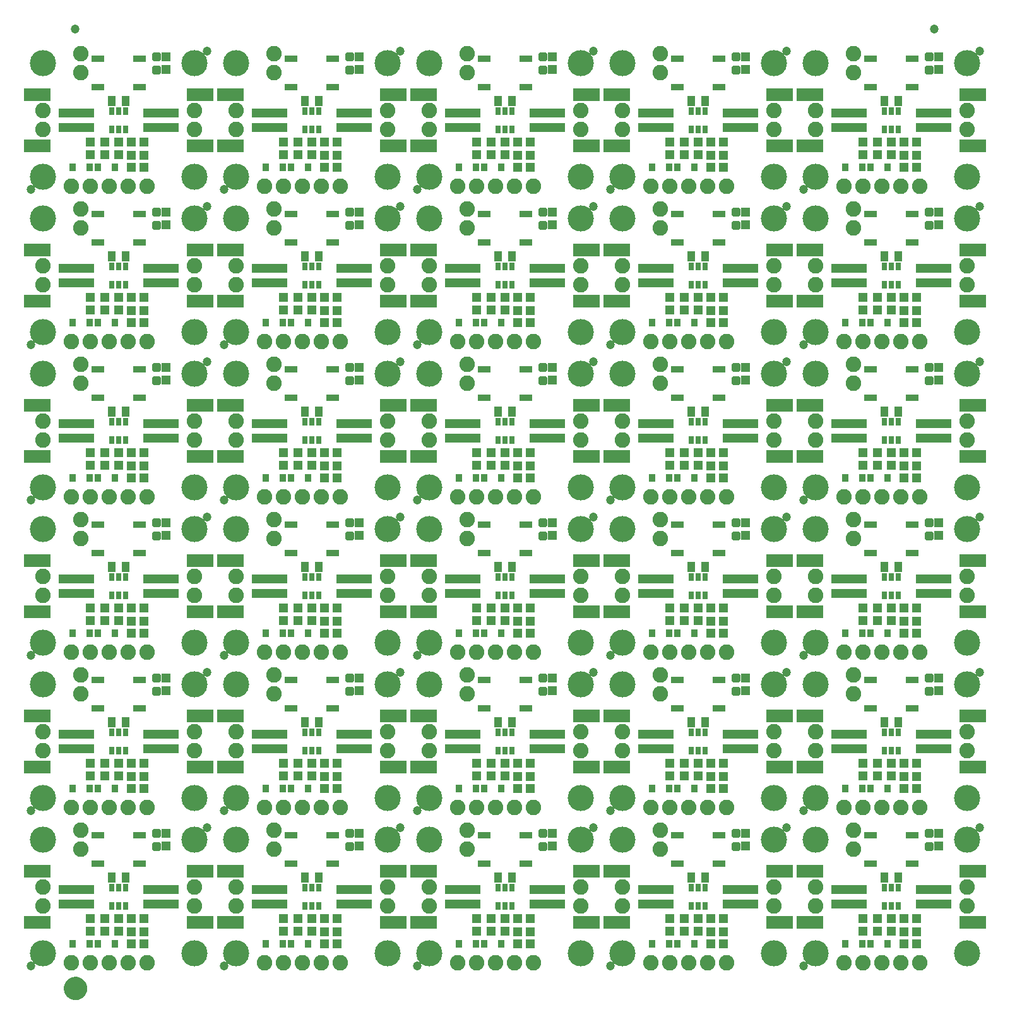
<source format=gts>
G04 EAGLE Gerber RS-274X export*
G75*
%MOMM*%
%FSLAX34Y34*%
%LPD*%
%INSoldermask Top*%
%IPPOS*%
%AMOC8*
5,1,8,0,0,1.08239X$1,22.5*%
G01*
%ADD10C,3.505200*%
%ADD11R,1.203200X1.303200*%
%ADD12C,0.505344*%
%ADD13R,0.753200X1.003200*%
%ADD14R,1.303200X1.203200*%
%ADD15R,1.727200X0.965200*%
%ADD16C,2.082800*%
%ADD17R,4.803200X1.203200*%
%ADD18R,3.603200X1.803200*%
%ADD19C,1.203200*%
%ADD20R,0.833200X1.033200*%
%ADD21R,1.003200X1.403200*%
%ADD22C,1.270000*%
%ADD23C,1.703200*%


D10*
X25400Y25400D03*
X228600Y25400D03*
X228600Y177800D03*
X25400Y177800D03*
D11*
X190500Y186300D03*
X190500Y169300D03*
D12*
X181290Y172520D02*
X174310Y172520D01*
X181290Y172520D02*
X181290Y165540D01*
X174310Y165540D01*
X174310Y172520D01*
X174310Y170340D02*
X181290Y170340D01*
X181290Y190060D02*
X174310Y190060D01*
X181290Y190060D02*
X181290Y183080D01*
X174310Y183080D01*
X174310Y190060D01*
X174310Y187880D02*
X181290Y187880D01*
D13*
X117500Y89600D03*
X127000Y89600D03*
X136500Y89600D03*
X136500Y113600D03*
X117500Y113600D03*
X127000Y113600D03*
D11*
X88900Y55000D03*
X88900Y72000D03*
X107950Y72000D03*
X107950Y55000D03*
D14*
X143900Y54610D03*
X160900Y54610D03*
X143900Y38100D03*
X160900Y38100D03*
X143900Y72390D03*
X160900Y72390D03*
D11*
X127000Y55000D03*
X127000Y72000D03*
D15*
X99060Y184150D03*
X154940Y184150D03*
X99060Y146050D03*
X154940Y146050D03*
D16*
X139700Y12700D03*
X165100Y12700D03*
D17*
X70020Y91600D03*
X70020Y111600D03*
D18*
X18020Y67600D03*
X18020Y135600D03*
D16*
X25400Y114300D03*
X25400Y88900D03*
X76200Y165100D03*
X76200Y190500D03*
X228600Y88900D03*
X228600Y114300D03*
D17*
X183980Y111600D03*
X183980Y91600D03*
D18*
X235980Y135600D03*
X235980Y67600D03*
D19*
X245110Y194310D03*
X8890Y8890D03*
D20*
X121990Y38100D03*
X98990Y38100D03*
D16*
X114300Y12700D03*
X88900Y12700D03*
X63500Y12700D03*
D20*
X87700Y38100D03*
X64700Y38100D03*
D21*
X136000Y127000D03*
X118000Y127000D03*
D10*
X284480Y25400D03*
X487680Y25400D03*
X487680Y177800D03*
X284480Y177800D03*
D11*
X449580Y186300D03*
X449580Y169300D03*
D12*
X440370Y172520D02*
X433390Y172520D01*
X440370Y172520D02*
X440370Y165540D01*
X433390Y165540D01*
X433390Y172520D01*
X433390Y170340D02*
X440370Y170340D01*
X440370Y190060D02*
X433390Y190060D01*
X440370Y190060D02*
X440370Y183080D01*
X433390Y183080D01*
X433390Y190060D01*
X433390Y187880D02*
X440370Y187880D01*
D13*
X376580Y89600D03*
X386080Y89600D03*
X395580Y89600D03*
X395580Y113600D03*
X376580Y113600D03*
X386080Y113600D03*
D11*
X347980Y55000D03*
X347980Y72000D03*
X367030Y72000D03*
X367030Y55000D03*
D14*
X402980Y54610D03*
X419980Y54610D03*
X402980Y38100D03*
X419980Y38100D03*
X402980Y72390D03*
X419980Y72390D03*
D11*
X386080Y55000D03*
X386080Y72000D03*
D15*
X358140Y184150D03*
X414020Y184150D03*
X358140Y146050D03*
X414020Y146050D03*
D16*
X398780Y12700D03*
X424180Y12700D03*
D17*
X329100Y91600D03*
X329100Y111600D03*
D18*
X277100Y67600D03*
X277100Y135600D03*
D16*
X284480Y114300D03*
X284480Y88900D03*
X335280Y165100D03*
X335280Y190500D03*
X487680Y88900D03*
X487680Y114300D03*
D17*
X443060Y111600D03*
X443060Y91600D03*
D18*
X495060Y135600D03*
X495060Y67600D03*
D19*
X504190Y194310D03*
X267970Y8890D03*
D20*
X381070Y38100D03*
X358070Y38100D03*
D16*
X373380Y12700D03*
X347980Y12700D03*
X322580Y12700D03*
D20*
X346780Y38100D03*
X323780Y38100D03*
D21*
X395080Y127000D03*
X377080Y127000D03*
D10*
X543560Y25400D03*
X746760Y25400D03*
X746760Y177800D03*
X543560Y177800D03*
D11*
X708660Y186300D03*
X708660Y169300D03*
D12*
X699450Y172520D02*
X692470Y172520D01*
X699450Y172520D02*
X699450Y165540D01*
X692470Y165540D01*
X692470Y172520D01*
X692470Y170340D02*
X699450Y170340D01*
X699450Y190060D02*
X692470Y190060D01*
X699450Y190060D02*
X699450Y183080D01*
X692470Y183080D01*
X692470Y190060D01*
X692470Y187880D02*
X699450Y187880D01*
D13*
X635660Y89600D03*
X645160Y89600D03*
X654660Y89600D03*
X654660Y113600D03*
X635660Y113600D03*
X645160Y113600D03*
D11*
X607060Y55000D03*
X607060Y72000D03*
X626110Y72000D03*
X626110Y55000D03*
D14*
X662060Y54610D03*
X679060Y54610D03*
X662060Y38100D03*
X679060Y38100D03*
X662060Y72390D03*
X679060Y72390D03*
D11*
X645160Y55000D03*
X645160Y72000D03*
D15*
X617220Y184150D03*
X673100Y184150D03*
X617220Y146050D03*
X673100Y146050D03*
D16*
X657860Y12700D03*
X683260Y12700D03*
D17*
X588180Y91600D03*
X588180Y111600D03*
D18*
X536180Y67600D03*
X536180Y135600D03*
D16*
X543560Y114300D03*
X543560Y88900D03*
X594360Y165100D03*
X594360Y190500D03*
X746760Y88900D03*
X746760Y114300D03*
D17*
X702140Y111600D03*
X702140Y91600D03*
D18*
X754140Y135600D03*
X754140Y67600D03*
D19*
X763270Y194310D03*
X527050Y8890D03*
D20*
X640150Y38100D03*
X617150Y38100D03*
D16*
X632460Y12700D03*
X607060Y12700D03*
X581660Y12700D03*
D20*
X605860Y38100D03*
X582860Y38100D03*
D21*
X654160Y127000D03*
X636160Y127000D03*
D10*
X802640Y25400D03*
X1005840Y25400D03*
X1005840Y177800D03*
X802640Y177800D03*
D11*
X967740Y186300D03*
X967740Y169300D03*
D12*
X958530Y172520D02*
X951550Y172520D01*
X958530Y172520D02*
X958530Y165540D01*
X951550Y165540D01*
X951550Y172520D01*
X951550Y170340D02*
X958530Y170340D01*
X958530Y190060D02*
X951550Y190060D01*
X958530Y190060D02*
X958530Y183080D01*
X951550Y183080D01*
X951550Y190060D01*
X951550Y187880D02*
X958530Y187880D01*
D13*
X894740Y89600D03*
X904240Y89600D03*
X913740Y89600D03*
X913740Y113600D03*
X894740Y113600D03*
X904240Y113600D03*
D11*
X866140Y55000D03*
X866140Y72000D03*
X885190Y72000D03*
X885190Y55000D03*
D14*
X921140Y54610D03*
X938140Y54610D03*
X921140Y38100D03*
X938140Y38100D03*
X921140Y72390D03*
X938140Y72390D03*
D11*
X904240Y55000D03*
X904240Y72000D03*
D15*
X876300Y184150D03*
X932180Y184150D03*
X876300Y146050D03*
X932180Y146050D03*
D16*
X916940Y12700D03*
X942340Y12700D03*
D17*
X847260Y91600D03*
X847260Y111600D03*
D18*
X795260Y67600D03*
X795260Y135600D03*
D16*
X802640Y114300D03*
X802640Y88900D03*
X853440Y165100D03*
X853440Y190500D03*
X1005840Y88900D03*
X1005840Y114300D03*
D17*
X961220Y111600D03*
X961220Y91600D03*
D18*
X1013220Y135600D03*
X1013220Y67600D03*
D19*
X1022350Y194310D03*
X786130Y8890D03*
D20*
X899230Y38100D03*
X876230Y38100D03*
D16*
X891540Y12700D03*
X866140Y12700D03*
X840740Y12700D03*
D20*
X864940Y38100D03*
X841940Y38100D03*
D21*
X913240Y127000D03*
X895240Y127000D03*
D10*
X1061720Y25400D03*
X1264920Y25400D03*
X1264920Y177800D03*
X1061720Y177800D03*
D11*
X1226820Y186300D03*
X1226820Y169300D03*
D12*
X1217610Y172520D02*
X1210630Y172520D01*
X1217610Y172520D02*
X1217610Y165540D01*
X1210630Y165540D01*
X1210630Y172520D01*
X1210630Y170340D02*
X1217610Y170340D01*
X1217610Y190060D02*
X1210630Y190060D01*
X1217610Y190060D02*
X1217610Y183080D01*
X1210630Y183080D01*
X1210630Y190060D01*
X1210630Y187880D02*
X1217610Y187880D01*
D13*
X1153820Y89600D03*
X1163320Y89600D03*
X1172820Y89600D03*
X1172820Y113600D03*
X1153820Y113600D03*
X1163320Y113600D03*
D11*
X1125220Y55000D03*
X1125220Y72000D03*
X1144270Y72000D03*
X1144270Y55000D03*
D14*
X1180220Y54610D03*
X1197220Y54610D03*
X1180220Y38100D03*
X1197220Y38100D03*
X1180220Y72390D03*
X1197220Y72390D03*
D11*
X1163320Y55000D03*
X1163320Y72000D03*
D15*
X1135380Y184150D03*
X1191260Y184150D03*
X1135380Y146050D03*
X1191260Y146050D03*
D16*
X1176020Y12700D03*
X1201420Y12700D03*
D17*
X1106340Y91600D03*
X1106340Y111600D03*
D18*
X1054340Y67600D03*
X1054340Y135600D03*
D16*
X1061720Y114300D03*
X1061720Y88900D03*
X1112520Y165100D03*
X1112520Y190500D03*
X1264920Y88900D03*
X1264920Y114300D03*
D17*
X1220300Y111600D03*
X1220300Y91600D03*
D18*
X1272300Y135600D03*
X1272300Y67600D03*
D19*
X1281430Y194310D03*
X1045210Y8890D03*
D20*
X1158310Y38100D03*
X1135310Y38100D03*
D16*
X1150620Y12700D03*
X1125220Y12700D03*
X1099820Y12700D03*
D20*
X1124020Y38100D03*
X1101020Y38100D03*
D21*
X1172320Y127000D03*
X1154320Y127000D03*
D10*
X25400Y233680D03*
X228600Y233680D03*
X228600Y386080D03*
X25400Y386080D03*
D11*
X190500Y394580D03*
X190500Y377580D03*
D12*
X181290Y380800D02*
X174310Y380800D01*
X181290Y380800D02*
X181290Y373820D01*
X174310Y373820D01*
X174310Y380800D01*
X174310Y378620D02*
X181290Y378620D01*
X181290Y398340D02*
X174310Y398340D01*
X181290Y398340D02*
X181290Y391360D01*
X174310Y391360D01*
X174310Y398340D01*
X174310Y396160D02*
X181290Y396160D01*
D13*
X117500Y297880D03*
X127000Y297880D03*
X136500Y297880D03*
X136500Y321880D03*
X117500Y321880D03*
X127000Y321880D03*
D11*
X88900Y263280D03*
X88900Y280280D03*
X107950Y280280D03*
X107950Y263280D03*
D14*
X143900Y262890D03*
X160900Y262890D03*
X143900Y246380D03*
X160900Y246380D03*
X143900Y280670D03*
X160900Y280670D03*
D11*
X127000Y263280D03*
X127000Y280280D03*
D15*
X99060Y392430D03*
X154940Y392430D03*
X99060Y354330D03*
X154940Y354330D03*
D16*
X139700Y220980D03*
X165100Y220980D03*
D17*
X70020Y299880D03*
X70020Y319880D03*
D18*
X18020Y275880D03*
X18020Y343880D03*
D16*
X25400Y322580D03*
X25400Y297180D03*
X76200Y373380D03*
X76200Y398780D03*
X228600Y297180D03*
X228600Y322580D03*
D17*
X183980Y319880D03*
X183980Y299880D03*
D18*
X235980Y343880D03*
X235980Y275880D03*
D19*
X245110Y402590D03*
X8890Y217170D03*
D20*
X121990Y246380D03*
X98990Y246380D03*
D16*
X114300Y220980D03*
X88900Y220980D03*
X63500Y220980D03*
D20*
X87700Y246380D03*
X64700Y246380D03*
D21*
X136000Y335280D03*
X118000Y335280D03*
D10*
X284480Y233680D03*
X487680Y233680D03*
X487680Y386080D03*
X284480Y386080D03*
D11*
X449580Y394580D03*
X449580Y377580D03*
D12*
X440370Y380800D02*
X433390Y380800D01*
X440370Y380800D02*
X440370Y373820D01*
X433390Y373820D01*
X433390Y380800D01*
X433390Y378620D02*
X440370Y378620D01*
X440370Y398340D02*
X433390Y398340D01*
X440370Y398340D02*
X440370Y391360D01*
X433390Y391360D01*
X433390Y398340D01*
X433390Y396160D02*
X440370Y396160D01*
D13*
X376580Y297880D03*
X386080Y297880D03*
X395580Y297880D03*
X395580Y321880D03*
X376580Y321880D03*
X386080Y321880D03*
D11*
X347980Y263280D03*
X347980Y280280D03*
X367030Y280280D03*
X367030Y263280D03*
D14*
X402980Y262890D03*
X419980Y262890D03*
X402980Y246380D03*
X419980Y246380D03*
X402980Y280670D03*
X419980Y280670D03*
D11*
X386080Y263280D03*
X386080Y280280D03*
D15*
X358140Y392430D03*
X414020Y392430D03*
X358140Y354330D03*
X414020Y354330D03*
D16*
X398780Y220980D03*
X424180Y220980D03*
D17*
X329100Y299880D03*
X329100Y319880D03*
D18*
X277100Y275880D03*
X277100Y343880D03*
D16*
X284480Y322580D03*
X284480Y297180D03*
X335280Y373380D03*
X335280Y398780D03*
X487680Y297180D03*
X487680Y322580D03*
D17*
X443060Y319880D03*
X443060Y299880D03*
D18*
X495060Y343880D03*
X495060Y275880D03*
D19*
X504190Y402590D03*
X267970Y217170D03*
D20*
X381070Y246380D03*
X358070Y246380D03*
D16*
X373380Y220980D03*
X347980Y220980D03*
X322580Y220980D03*
D20*
X346780Y246380D03*
X323780Y246380D03*
D21*
X395080Y335280D03*
X377080Y335280D03*
D10*
X543560Y233680D03*
X746760Y233680D03*
X746760Y386080D03*
X543560Y386080D03*
D11*
X708660Y394580D03*
X708660Y377580D03*
D12*
X699450Y380800D02*
X692470Y380800D01*
X699450Y380800D02*
X699450Y373820D01*
X692470Y373820D01*
X692470Y380800D01*
X692470Y378620D02*
X699450Y378620D01*
X699450Y398340D02*
X692470Y398340D01*
X699450Y398340D02*
X699450Y391360D01*
X692470Y391360D01*
X692470Y398340D01*
X692470Y396160D02*
X699450Y396160D01*
D13*
X635660Y297880D03*
X645160Y297880D03*
X654660Y297880D03*
X654660Y321880D03*
X635660Y321880D03*
X645160Y321880D03*
D11*
X607060Y263280D03*
X607060Y280280D03*
X626110Y280280D03*
X626110Y263280D03*
D14*
X662060Y262890D03*
X679060Y262890D03*
X662060Y246380D03*
X679060Y246380D03*
X662060Y280670D03*
X679060Y280670D03*
D11*
X645160Y263280D03*
X645160Y280280D03*
D15*
X617220Y392430D03*
X673100Y392430D03*
X617220Y354330D03*
X673100Y354330D03*
D16*
X657860Y220980D03*
X683260Y220980D03*
D17*
X588180Y299880D03*
X588180Y319880D03*
D18*
X536180Y275880D03*
X536180Y343880D03*
D16*
X543560Y322580D03*
X543560Y297180D03*
X594360Y373380D03*
X594360Y398780D03*
X746760Y297180D03*
X746760Y322580D03*
D17*
X702140Y319880D03*
X702140Y299880D03*
D18*
X754140Y343880D03*
X754140Y275880D03*
D19*
X763270Y402590D03*
X527050Y217170D03*
D20*
X640150Y246380D03*
X617150Y246380D03*
D16*
X632460Y220980D03*
X607060Y220980D03*
X581660Y220980D03*
D20*
X605860Y246380D03*
X582860Y246380D03*
D21*
X654160Y335280D03*
X636160Y335280D03*
D10*
X802640Y233680D03*
X1005840Y233680D03*
X1005840Y386080D03*
X802640Y386080D03*
D11*
X967740Y394580D03*
X967740Y377580D03*
D12*
X958530Y380800D02*
X951550Y380800D01*
X958530Y380800D02*
X958530Y373820D01*
X951550Y373820D01*
X951550Y380800D01*
X951550Y378620D02*
X958530Y378620D01*
X958530Y398340D02*
X951550Y398340D01*
X958530Y398340D02*
X958530Y391360D01*
X951550Y391360D01*
X951550Y398340D01*
X951550Y396160D02*
X958530Y396160D01*
D13*
X894740Y297880D03*
X904240Y297880D03*
X913740Y297880D03*
X913740Y321880D03*
X894740Y321880D03*
X904240Y321880D03*
D11*
X866140Y263280D03*
X866140Y280280D03*
X885190Y280280D03*
X885190Y263280D03*
D14*
X921140Y262890D03*
X938140Y262890D03*
X921140Y246380D03*
X938140Y246380D03*
X921140Y280670D03*
X938140Y280670D03*
D11*
X904240Y263280D03*
X904240Y280280D03*
D15*
X876300Y392430D03*
X932180Y392430D03*
X876300Y354330D03*
X932180Y354330D03*
D16*
X916940Y220980D03*
X942340Y220980D03*
D17*
X847260Y299880D03*
X847260Y319880D03*
D18*
X795260Y275880D03*
X795260Y343880D03*
D16*
X802640Y322580D03*
X802640Y297180D03*
X853440Y373380D03*
X853440Y398780D03*
X1005840Y297180D03*
X1005840Y322580D03*
D17*
X961220Y319880D03*
X961220Y299880D03*
D18*
X1013220Y343880D03*
X1013220Y275880D03*
D19*
X1022350Y402590D03*
X786130Y217170D03*
D20*
X899230Y246380D03*
X876230Y246380D03*
D16*
X891540Y220980D03*
X866140Y220980D03*
X840740Y220980D03*
D20*
X864940Y246380D03*
X841940Y246380D03*
D21*
X913240Y335280D03*
X895240Y335280D03*
D10*
X1061720Y233680D03*
X1264920Y233680D03*
X1264920Y386080D03*
X1061720Y386080D03*
D11*
X1226820Y394580D03*
X1226820Y377580D03*
D12*
X1217610Y380800D02*
X1210630Y380800D01*
X1217610Y380800D02*
X1217610Y373820D01*
X1210630Y373820D01*
X1210630Y380800D01*
X1210630Y378620D02*
X1217610Y378620D01*
X1217610Y398340D02*
X1210630Y398340D01*
X1217610Y398340D02*
X1217610Y391360D01*
X1210630Y391360D01*
X1210630Y398340D01*
X1210630Y396160D02*
X1217610Y396160D01*
D13*
X1153820Y297880D03*
X1163320Y297880D03*
X1172820Y297880D03*
X1172820Y321880D03*
X1153820Y321880D03*
X1163320Y321880D03*
D11*
X1125220Y263280D03*
X1125220Y280280D03*
X1144270Y280280D03*
X1144270Y263280D03*
D14*
X1180220Y262890D03*
X1197220Y262890D03*
X1180220Y246380D03*
X1197220Y246380D03*
X1180220Y280670D03*
X1197220Y280670D03*
D11*
X1163320Y263280D03*
X1163320Y280280D03*
D15*
X1135380Y392430D03*
X1191260Y392430D03*
X1135380Y354330D03*
X1191260Y354330D03*
D16*
X1176020Y220980D03*
X1201420Y220980D03*
D17*
X1106340Y299880D03*
X1106340Y319880D03*
D18*
X1054340Y275880D03*
X1054340Y343880D03*
D16*
X1061720Y322580D03*
X1061720Y297180D03*
X1112520Y373380D03*
X1112520Y398780D03*
X1264920Y297180D03*
X1264920Y322580D03*
D17*
X1220300Y319880D03*
X1220300Y299880D03*
D18*
X1272300Y343880D03*
X1272300Y275880D03*
D19*
X1281430Y402590D03*
X1045210Y217170D03*
D20*
X1158310Y246380D03*
X1135310Y246380D03*
D16*
X1150620Y220980D03*
X1125220Y220980D03*
X1099820Y220980D03*
D20*
X1124020Y246380D03*
X1101020Y246380D03*
D21*
X1172320Y335280D03*
X1154320Y335280D03*
D10*
X25400Y441960D03*
X228600Y441960D03*
X228600Y594360D03*
X25400Y594360D03*
D11*
X190500Y602860D03*
X190500Y585860D03*
D12*
X181290Y589080D02*
X174310Y589080D01*
X181290Y589080D02*
X181290Y582100D01*
X174310Y582100D01*
X174310Y589080D01*
X174310Y586900D02*
X181290Y586900D01*
X181290Y606620D02*
X174310Y606620D01*
X181290Y606620D02*
X181290Y599640D01*
X174310Y599640D01*
X174310Y606620D01*
X174310Y604440D02*
X181290Y604440D01*
D13*
X117500Y506160D03*
X127000Y506160D03*
X136500Y506160D03*
X136500Y530160D03*
X117500Y530160D03*
X127000Y530160D03*
D11*
X88900Y471560D03*
X88900Y488560D03*
X107950Y488560D03*
X107950Y471560D03*
D14*
X143900Y471170D03*
X160900Y471170D03*
X143900Y454660D03*
X160900Y454660D03*
X143900Y488950D03*
X160900Y488950D03*
D11*
X127000Y471560D03*
X127000Y488560D03*
D15*
X99060Y600710D03*
X154940Y600710D03*
X99060Y562610D03*
X154940Y562610D03*
D16*
X139700Y429260D03*
X165100Y429260D03*
D17*
X70020Y508160D03*
X70020Y528160D03*
D18*
X18020Y484160D03*
X18020Y552160D03*
D16*
X25400Y530860D03*
X25400Y505460D03*
X76200Y581660D03*
X76200Y607060D03*
X228600Y505460D03*
X228600Y530860D03*
D17*
X183980Y528160D03*
X183980Y508160D03*
D18*
X235980Y552160D03*
X235980Y484160D03*
D19*
X245110Y610870D03*
X8890Y425450D03*
D20*
X121990Y454660D03*
X98990Y454660D03*
D16*
X114300Y429260D03*
X88900Y429260D03*
X63500Y429260D03*
D20*
X87700Y454660D03*
X64700Y454660D03*
D21*
X136000Y543560D03*
X118000Y543560D03*
D10*
X284480Y441960D03*
X487680Y441960D03*
X487680Y594360D03*
X284480Y594360D03*
D11*
X449580Y602860D03*
X449580Y585860D03*
D12*
X440370Y589080D02*
X433390Y589080D01*
X440370Y589080D02*
X440370Y582100D01*
X433390Y582100D01*
X433390Y589080D01*
X433390Y586900D02*
X440370Y586900D01*
X440370Y606620D02*
X433390Y606620D01*
X440370Y606620D02*
X440370Y599640D01*
X433390Y599640D01*
X433390Y606620D01*
X433390Y604440D02*
X440370Y604440D01*
D13*
X376580Y506160D03*
X386080Y506160D03*
X395580Y506160D03*
X395580Y530160D03*
X376580Y530160D03*
X386080Y530160D03*
D11*
X347980Y471560D03*
X347980Y488560D03*
X367030Y488560D03*
X367030Y471560D03*
D14*
X402980Y471170D03*
X419980Y471170D03*
X402980Y454660D03*
X419980Y454660D03*
X402980Y488950D03*
X419980Y488950D03*
D11*
X386080Y471560D03*
X386080Y488560D03*
D15*
X358140Y600710D03*
X414020Y600710D03*
X358140Y562610D03*
X414020Y562610D03*
D16*
X398780Y429260D03*
X424180Y429260D03*
D17*
X329100Y508160D03*
X329100Y528160D03*
D18*
X277100Y484160D03*
X277100Y552160D03*
D16*
X284480Y530860D03*
X284480Y505460D03*
X335280Y581660D03*
X335280Y607060D03*
X487680Y505460D03*
X487680Y530860D03*
D17*
X443060Y528160D03*
X443060Y508160D03*
D18*
X495060Y552160D03*
X495060Y484160D03*
D19*
X504190Y610870D03*
X267970Y425450D03*
D20*
X381070Y454660D03*
X358070Y454660D03*
D16*
X373380Y429260D03*
X347980Y429260D03*
X322580Y429260D03*
D20*
X346780Y454660D03*
X323780Y454660D03*
D21*
X395080Y543560D03*
X377080Y543560D03*
D10*
X543560Y441960D03*
X746760Y441960D03*
X746760Y594360D03*
X543560Y594360D03*
D11*
X708660Y602860D03*
X708660Y585860D03*
D12*
X699450Y589080D02*
X692470Y589080D01*
X699450Y589080D02*
X699450Y582100D01*
X692470Y582100D01*
X692470Y589080D01*
X692470Y586900D02*
X699450Y586900D01*
X699450Y606620D02*
X692470Y606620D01*
X699450Y606620D02*
X699450Y599640D01*
X692470Y599640D01*
X692470Y606620D01*
X692470Y604440D02*
X699450Y604440D01*
D13*
X635660Y506160D03*
X645160Y506160D03*
X654660Y506160D03*
X654660Y530160D03*
X635660Y530160D03*
X645160Y530160D03*
D11*
X607060Y471560D03*
X607060Y488560D03*
X626110Y488560D03*
X626110Y471560D03*
D14*
X662060Y471170D03*
X679060Y471170D03*
X662060Y454660D03*
X679060Y454660D03*
X662060Y488950D03*
X679060Y488950D03*
D11*
X645160Y471560D03*
X645160Y488560D03*
D15*
X617220Y600710D03*
X673100Y600710D03*
X617220Y562610D03*
X673100Y562610D03*
D16*
X657860Y429260D03*
X683260Y429260D03*
D17*
X588180Y508160D03*
X588180Y528160D03*
D18*
X536180Y484160D03*
X536180Y552160D03*
D16*
X543560Y530860D03*
X543560Y505460D03*
X594360Y581660D03*
X594360Y607060D03*
X746760Y505460D03*
X746760Y530860D03*
D17*
X702140Y528160D03*
X702140Y508160D03*
D18*
X754140Y552160D03*
X754140Y484160D03*
D19*
X763270Y610870D03*
X527050Y425450D03*
D20*
X640150Y454660D03*
X617150Y454660D03*
D16*
X632460Y429260D03*
X607060Y429260D03*
X581660Y429260D03*
D20*
X605860Y454660D03*
X582860Y454660D03*
D21*
X654160Y543560D03*
X636160Y543560D03*
D10*
X802640Y441960D03*
X1005840Y441960D03*
X1005840Y594360D03*
X802640Y594360D03*
D11*
X967740Y602860D03*
X967740Y585860D03*
D12*
X958530Y589080D02*
X951550Y589080D01*
X958530Y589080D02*
X958530Y582100D01*
X951550Y582100D01*
X951550Y589080D01*
X951550Y586900D02*
X958530Y586900D01*
X958530Y606620D02*
X951550Y606620D01*
X958530Y606620D02*
X958530Y599640D01*
X951550Y599640D01*
X951550Y606620D01*
X951550Y604440D02*
X958530Y604440D01*
D13*
X894740Y506160D03*
X904240Y506160D03*
X913740Y506160D03*
X913740Y530160D03*
X894740Y530160D03*
X904240Y530160D03*
D11*
X866140Y471560D03*
X866140Y488560D03*
X885190Y488560D03*
X885190Y471560D03*
D14*
X921140Y471170D03*
X938140Y471170D03*
X921140Y454660D03*
X938140Y454660D03*
X921140Y488950D03*
X938140Y488950D03*
D11*
X904240Y471560D03*
X904240Y488560D03*
D15*
X876300Y600710D03*
X932180Y600710D03*
X876300Y562610D03*
X932180Y562610D03*
D16*
X916940Y429260D03*
X942340Y429260D03*
D17*
X847260Y508160D03*
X847260Y528160D03*
D18*
X795260Y484160D03*
X795260Y552160D03*
D16*
X802640Y530860D03*
X802640Y505460D03*
X853440Y581660D03*
X853440Y607060D03*
X1005840Y505460D03*
X1005840Y530860D03*
D17*
X961220Y528160D03*
X961220Y508160D03*
D18*
X1013220Y552160D03*
X1013220Y484160D03*
D19*
X1022350Y610870D03*
X786130Y425450D03*
D20*
X899230Y454660D03*
X876230Y454660D03*
D16*
X891540Y429260D03*
X866140Y429260D03*
X840740Y429260D03*
D20*
X864940Y454660D03*
X841940Y454660D03*
D21*
X913240Y543560D03*
X895240Y543560D03*
D10*
X1061720Y441960D03*
X1264920Y441960D03*
X1264920Y594360D03*
X1061720Y594360D03*
D11*
X1226820Y602860D03*
X1226820Y585860D03*
D12*
X1217610Y589080D02*
X1210630Y589080D01*
X1217610Y589080D02*
X1217610Y582100D01*
X1210630Y582100D01*
X1210630Y589080D01*
X1210630Y586900D02*
X1217610Y586900D01*
X1217610Y606620D02*
X1210630Y606620D01*
X1217610Y606620D02*
X1217610Y599640D01*
X1210630Y599640D01*
X1210630Y606620D01*
X1210630Y604440D02*
X1217610Y604440D01*
D13*
X1153820Y506160D03*
X1163320Y506160D03*
X1172820Y506160D03*
X1172820Y530160D03*
X1153820Y530160D03*
X1163320Y530160D03*
D11*
X1125220Y471560D03*
X1125220Y488560D03*
X1144270Y488560D03*
X1144270Y471560D03*
D14*
X1180220Y471170D03*
X1197220Y471170D03*
X1180220Y454660D03*
X1197220Y454660D03*
X1180220Y488950D03*
X1197220Y488950D03*
D11*
X1163320Y471560D03*
X1163320Y488560D03*
D15*
X1135380Y600710D03*
X1191260Y600710D03*
X1135380Y562610D03*
X1191260Y562610D03*
D16*
X1176020Y429260D03*
X1201420Y429260D03*
D17*
X1106340Y508160D03*
X1106340Y528160D03*
D18*
X1054340Y484160D03*
X1054340Y552160D03*
D16*
X1061720Y530860D03*
X1061720Y505460D03*
X1112520Y581660D03*
X1112520Y607060D03*
X1264920Y505460D03*
X1264920Y530860D03*
D17*
X1220300Y528160D03*
X1220300Y508160D03*
D18*
X1272300Y552160D03*
X1272300Y484160D03*
D19*
X1281430Y610870D03*
X1045210Y425450D03*
D20*
X1158310Y454660D03*
X1135310Y454660D03*
D16*
X1150620Y429260D03*
X1125220Y429260D03*
X1099820Y429260D03*
D20*
X1124020Y454660D03*
X1101020Y454660D03*
D21*
X1172320Y543560D03*
X1154320Y543560D03*
D10*
X25400Y650240D03*
X228600Y650240D03*
X228600Y802640D03*
X25400Y802640D03*
D11*
X190500Y811140D03*
X190500Y794140D03*
D12*
X181290Y797360D02*
X174310Y797360D01*
X181290Y797360D02*
X181290Y790380D01*
X174310Y790380D01*
X174310Y797360D01*
X174310Y795180D02*
X181290Y795180D01*
X181290Y814900D02*
X174310Y814900D01*
X181290Y814900D02*
X181290Y807920D01*
X174310Y807920D01*
X174310Y814900D01*
X174310Y812720D02*
X181290Y812720D01*
D13*
X117500Y714440D03*
X127000Y714440D03*
X136500Y714440D03*
X136500Y738440D03*
X117500Y738440D03*
X127000Y738440D03*
D11*
X88900Y679840D03*
X88900Y696840D03*
X107950Y696840D03*
X107950Y679840D03*
D14*
X143900Y679450D03*
X160900Y679450D03*
X143900Y662940D03*
X160900Y662940D03*
X143900Y697230D03*
X160900Y697230D03*
D11*
X127000Y679840D03*
X127000Y696840D03*
D15*
X99060Y808990D03*
X154940Y808990D03*
X99060Y770890D03*
X154940Y770890D03*
D16*
X139700Y637540D03*
X165100Y637540D03*
D17*
X70020Y716440D03*
X70020Y736440D03*
D18*
X18020Y692440D03*
X18020Y760440D03*
D16*
X25400Y739140D03*
X25400Y713740D03*
X76200Y789940D03*
X76200Y815340D03*
X228600Y713740D03*
X228600Y739140D03*
D17*
X183980Y736440D03*
X183980Y716440D03*
D18*
X235980Y760440D03*
X235980Y692440D03*
D19*
X245110Y819150D03*
X8890Y633730D03*
D20*
X121990Y662940D03*
X98990Y662940D03*
D16*
X114300Y637540D03*
X88900Y637540D03*
X63500Y637540D03*
D20*
X87700Y662940D03*
X64700Y662940D03*
D21*
X136000Y751840D03*
X118000Y751840D03*
D10*
X284480Y650240D03*
X487680Y650240D03*
X487680Y802640D03*
X284480Y802640D03*
D11*
X449580Y811140D03*
X449580Y794140D03*
D12*
X440370Y797360D02*
X433390Y797360D01*
X440370Y797360D02*
X440370Y790380D01*
X433390Y790380D01*
X433390Y797360D01*
X433390Y795180D02*
X440370Y795180D01*
X440370Y814900D02*
X433390Y814900D01*
X440370Y814900D02*
X440370Y807920D01*
X433390Y807920D01*
X433390Y814900D01*
X433390Y812720D02*
X440370Y812720D01*
D13*
X376580Y714440D03*
X386080Y714440D03*
X395580Y714440D03*
X395580Y738440D03*
X376580Y738440D03*
X386080Y738440D03*
D11*
X347980Y679840D03*
X347980Y696840D03*
X367030Y696840D03*
X367030Y679840D03*
D14*
X402980Y679450D03*
X419980Y679450D03*
X402980Y662940D03*
X419980Y662940D03*
X402980Y697230D03*
X419980Y697230D03*
D11*
X386080Y679840D03*
X386080Y696840D03*
D15*
X358140Y808990D03*
X414020Y808990D03*
X358140Y770890D03*
X414020Y770890D03*
D16*
X398780Y637540D03*
X424180Y637540D03*
D17*
X329100Y716440D03*
X329100Y736440D03*
D18*
X277100Y692440D03*
X277100Y760440D03*
D16*
X284480Y739140D03*
X284480Y713740D03*
X335280Y789940D03*
X335280Y815340D03*
X487680Y713740D03*
X487680Y739140D03*
D17*
X443060Y736440D03*
X443060Y716440D03*
D18*
X495060Y760440D03*
X495060Y692440D03*
D19*
X504190Y819150D03*
X267970Y633730D03*
D20*
X381070Y662940D03*
X358070Y662940D03*
D16*
X373380Y637540D03*
X347980Y637540D03*
X322580Y637540D03*
D20*
X346780Y662940D03*
X323780Y662940D03*
D21*
X395080Y751840D03*
X377080Y751840D03*
D10*
X543560Y650240D03*
X746760Y650240D03*
X746760Y802640D03*
X543560Y802640D03*
D11*
X708660Y811140D03*
X708660Y794140D03*
D12*
X699450Y797360D02*
X692470Y797360D01*
X699450Y797360D02*
X699450Y790380D01*
X692470Y790380D01*
X692470Y797360D01*
X692470Y795180D02*
X699450Y795180D01*
X699450Y814900D02*
X692470Y814900D01*
X699450Y814900D02*
X699450Y807920D01*
X692470Y807920D01*
X692470Y814900D01*
X692470Y812720D02*
X699450Y812720D01*
D13*
X635660Y714440D03*
X645160Y714440D03*
X654660Y714440D03*
X654660Y738440D03*
X635660Y738440D03*
X645160Y738440D03*
D11*
X607060Y679840D03*
X607060Y696840D03*
X626110Y696840D03*
X626110Y679840D03*
D14*
X662060Y679450D03*
X679060Y679450D03*
X662060Y662940D03*
X679060Y662940D03*
X662060Y697230D03*
X679060Y697230D03*
D11*
X645160Y679840D03*
X645160Y696840D03*
D15*
X617220Y808990D03*
X673100Y808990D03*
X617220Y770890D03*
X673100Y770890D03*
D16*
X657860Y637540D03*
X683260Y637540D03*
D17*
X588180Y716440D03*
X588180Y736440D03*
D18*
X536180Y692440D03*
X536180Y760440D03*
D16*
X543560Y739140D03*
X543560Y713740D03*
X594360Y789940D03*
X594360Y815340D03*
X746760Y713740D03*
X746760Y739140D03*
D17*
X702140Y736440D03*
X702140Y716440D03*
D18*
X754140Y760440D03*
X754140Y692440D03*
D19*
X763270Y819150D03*
X527050Y633730D03*
D20*
X640150Y662940D03*
X617150Y662940D03*
D16*
X632460Y637540D03*
X607060Y637540D03*
X581660Y637540D03*
D20*
X605860Y662940D03*
X582860Y662940D03*
D21*
X654160Y751840D03*
X636160Y751840D03*
D10*
X802640Y650240D03*
X1005840Y650240D03*
X1005840Y802640D03*
X802640Y802640D03*
D11*
X967740Y811140D03*
X967740Y794140D03*
D12*
X958530Y797360D02*
X951550Y797360D01*
X958530Y797360D02*
X958530Y790380D01*
X951550Y790380D01*
X951550Y797360D01*
X951550Y795180D02*
X958530Y795180D01*
X958530Y814900D02*
X951550Y814900D01*
X958530Y814900D02*
X958530Y807920D01*
X951550Y807920D01*
X951550Y814900D01*
X951550Y812720D02*
X958530Y812720D01*
D13*
X894740Y714440D03*
X904240Y714440D03*
X913740Y714440D03*
X913740Y738440D03*
X894740Y738440D03*
X904240Y738440D03*
D11*
X866140Y679840D03*
X866140Y696840D03*
X885190Y696840D03*
X885190Y679840D03*
D14*
X921140Y679450D03*
X938140Y679450D03*
X921140Y662940D03*
X938140Y662940D03*
X921140Y697230D03*
X938140Y697230D03*
D11*
X904240Y679840D03*
X904240Y696840D03*
D15*
X876300Y808990D03*
X932180Y808990D03*
X876300Y770890D03*
X932180Y770890D03*
D16*
X916940Y637540D03*
X942340Y637540D03*
D17*
X847260Y716440D03*
X847260Y736440D03*
D18*
X795260Y692440D03*
X795260Y760440D03*
D16*
X802640Y739140D03*
X802640Y713740D03*
X853440Y789940D03*
X853440Y815340D03*
X1005840Y713740D03*
X1005840Y739140D03*
D17*
X961220Y736440D03*
X961220Y716440D03*
D18*
X1013220Y760440D03*
X1013220Y692440D03*
D19*
X1022350Y819150D03*
X786130Y633730D03*
D20*
X899230Y662940D03*
X876230Y662940D03*
D16*
X891540Y637540D03*
X866140Y637540D03*
X840740Y637540D03*
D20*
X864940Y662940D03*
X841940Y662940D03*
D21*
X913240Y751840D03*
X895240Y751840D03*
D10*
X1061720Y650240D03*
X1264920Y650240D03*
X1264920Y802640D03*
X1061720Y802640D03*
D11*
X1226820Y811140D03*
X1226820Y794140D03*
D12*
X1217610Y797360D02*
X1210630Y797360D01*
X1217610Y797360D02*
X1217610Y790380D01*
X1210630Y790380D01*
X1210630Y797360D01*
X1210630Y795180D02*
X1217610Y795180D01*
X1217610Y814900D02*
X1210630Y814900D01*
X1217610Y814900D02*
X1217610Y807920D01*
X1210630Y807920D01*
X1210630Y814900D01*
X1210630Y812720D02*
X1217610Y812720D01*
D13*
X1153820Y714440D03*
X1163320Y714440D03*
X1172820Y714440D03*
X1172820Y738440D03*
X1153820Y738440D03*
X1163320Y738440D03*
D11*
X1125220Y679840D03*
X1125220Y696840D03*
X1144270Y696840D03*
X1144270Y679840D03*
D14*
X1180220Y679450D03*
X1197220Y679450D03*
X1180220Y662940D03*
X1197220Y662940D03*
X1180220Y697230D03*
X1197220Y697230D03*
D11*
X1163320Y679840D03*
X1163320Y696840D03*
D15*
X1135380Y808990D03*
X1191260Y808990D03*
X1135380Y770890D03*
X1191260Y770890D03*
D16*
X1176020Y637540D03*
X1201420Y637540D03*
D17*
X1106340Y716440D03*
X1106340Y736440D03*
D18*
X1054340Y692440D03*
X1054340Y760440D03*
D16*
X1061720Y739140D03*
X1061720Y713740D03*
X1112520Y789940D03*
X1112520Y815340D03*
X1264920Y713740D03*
X1264920Y739140D03*
D17*
X1220300Y736440D03*
X1220300Y716440D03*
D18*
X1272300Y760440D03*
X1272300Y692440D03*
D19*
X1281430Y819150D03*
X1045210Y633730D03*
D20*
X1158310Y662940D03*
X1135310Y662940D03*
D16*
X1150620Y637540D03*
X1125220Y637540D03*
X1099820Y637540D03*
D20*
X1124020Y662940D03*
X1101020Y662940D03*
D21*
X1172320Y751840D03*
X1154320Y751840D03*
D10*
X25400Y858520D03*
X228600Y858520D03*
X228600Y1010920D03*
X25400Y1010920D03*
D11*
X190500Y1019420D03*
X190500Y1002420D03*
D12*
X181290Y1005640D02*
X174310Y1005640D01*
X181290Y1005640D02*
X181290Y998660D01*
X174310Y998660D01*
X174310Y1005640D01*
X174310Y1003460D02*
X181290Y1003460D01*
X181290Y1023180D02*
X174310Y1023180D01*
X181290Y1023180D02*
X181290Y1016200D01*
X174310Y1016200D01*
X174310Y1023180D01*
X174310Y1021000D02*
X181290Y1021000D01*
D13*
X117500Y922720D03*
X127000Y922720D03*
X136500Y922720D03*
X136500Y946720D03*
X117500Y946720D03*
X127000Y946720D03*
D11*
X88900Y888120D03*
X88900Y905120D03*
X107950Y905120D03*
X107950Y888120D03*
D14*
X143900Y887730D03*
X160900Y887730D03*
X143900Y871220D03*
X160900Y871220D03*
X143900Y905510D03*
X160900Y905510D03*
D11*
X127000Y888120D03*
X127000Y905120D03*
D15*
X99060Y1017270D03*
X154940Y1017270D03*
X99060Y979170D03*
X154940Y979170D03*
D16*
X139700Y845820D03*
X165100Y845820D03*
D17*
X70020Y924720D03*
X70020Y944720D03*
D18*
X18020Y900720D03*
X18020Y968720D03*
D16*
X25400Y947420D03*
X25400Y922020D03*
X76200Y998220D03*
X76200Y1023620D03*
X228600Y922020D03*
X228600Y947420D03*
D17*
X183980Y944720D03*
X183980Y924720D03*
D18*
X235980Y968720D03*
X235980Y900720D03*
D19*
X245110Y1027430D03*
X8890Y842010D03*
D20*
X121990Y871220D03*
X98990Y871220D03*
D16*
X114300Y845820D03*
X88900Y845820D03*
X63500Y845820D03*
D20*
X87700Y871220D03*
X64700Y871220D03*
D21*
X136000Y960120D03*
X118000Y960120D03*
D10*
X284480Y858520D03*
X487680Y858520D03*
X487680Y1010920D03*
X284480Y1010920D03*
D11*
X449580Y1019420D03*
X449580Y1002420D03*
D12*
X440370Y1005640D02*
X433390Y1005640D01*
X440370Y1005640D02*
X440370Y998660D01*
X433390Y998660D01*
X433390Y1005640D01*
X433390Y1003460D02*
X440370Y1003460D01*
X440370Y1023180D02*
X433390Y1023180D01*
X440370Y1023180D02*
X440370Y1016200D01*
X433390Y1016200D01*
X433390Y1023180D01*
X433390Y1021000D02*
X440370Y1021000D01*
D13*
X376580Y922720D03*
X386080Y922720D03*
X395580Y922720D03*
X395580Y946720D03*
X376580Y946720D03*
X386080Y946720D03*
D11*
X347980Y888120D03*
X347980Y905120D03*
X367030Y905120D03*
X367030Y888120D03*
D14*
X402980Y887730D03*
X419980Y887730D03*
X402980Y871220D03*
X419980Y871220D03*
X402980Y905510D03*
X419980Y905510D03*
D11*
X386080Y888120D03*
X386080Y905120D03*
D15*
X358140Y1017270D03*
X414020Y1017270D03*
X358140Y979170D03*
X414020Y979170D03*
D16*
X398780Y845820D03*
X424180Y845820D03*
D17*
X329100Y924720D03*
X329100Y944720D03*
D18*
X277100Y900720D03*
X277100Y968720D03*
D16*
X284480Y947420D03*
X284480Y922020D03*
X335280Y998220D03*
X335280Y1023620D03*
X487680Y922020D03*
X487680Y947420D03*
D17*
X443060Y944720D03*
X443060Y924720D03*
D18*
X495060Y968720D03*
X495060Y900720D03*
D19*
X504190Y1027430D03*
X267970Y842010D03*
D20*
X381070Y871220D03*
X358070Y871220D03*
D16*
X373380Y845820D03*
X347980Y845820D03*
X322580Y845820D03*
D20*
X346780Y871220D03*
X323780Y871220D03*
D21*
X395080Y960120D03*
X377080Y960120D03*
D10*
X543560Y858520D03*
X746760Y858520D03*
X746760Y1010920D03*
X543560Y1010920D03*
D11*
X708660Y1019420D03*
X708660Y1002420D03*
D12*
X699450Y1005640D02*
X692470Y1005640D01*
X699450Y1005640D02*
X699450Y998660D01*
X692470Y998660D01*
X692470Y1005640D01*
X692470Y1003460D02*
X699450Y1003460D01*
X699450Y1023180D02*
X692470Y1023180D01*
X699450Y1023180D02*
X699450Y1016200D01*
X692470Y1016200D01*
X692470Y1023180D01*
X692470Y1021000D02*
X699450Y1021000D01*
D13*
X635660Y922720D03*
X645160Y922720D03*
X654660Y922720D03*
X654660Y946720D03*
X635660Y946720D03*
X645160Y946720D03*
D11*
X607060Y888120D03*
X607060Y905120D03*
X626110Y905120D03*
X626110Y888120D03*
D14*
X662060Y887730D03*
X679060Y887730D03*
X662060Y871220D03*
X679060Y871220D03*
X662060Y905510D03*
X679060Y905510D03*
D11*
X645160Y888120D03*
X645160Y905120D03*
D15*
X617220Y1017270D03*
X673100Y1017270D03*
X617220Y979170D03*
X673100Y979170D03*
D16*
X657860Y845820D03*
X683260Y845820D03*
D17*
X588180Y924720D03*
X588180Y944720D03*
D18*
X536180Y900720D03*
X536180Y968720D03*
D16*
X543560Y947420D03*
X543560Y922020D03*
X594360Y998220D03*
X594360Y1023620D03*
X746760Y922020D03*
X746760Y947420D03*
D17*
X702140Y944720D03*
X702140Y924720D03*
D18*
X754140Y968720D03*
X754140Y900720D03*
D19*
X763270Y1027430D03*
X527050Y842010D03*
D20*
X640150Y871220D03*
X617150Y871220D03*
D16*
X632460Y845820D03*
X607060Y845820D03*
X581660Y845820D03*
D20*
X605860Y871220D03*
X582860Y871220D03*
D21*
X654160Y960120D03*
X636160Y960120D03*
D10*
X802640Y858520D03*
X1005840Y858520D03*
X1005840Y1010920D03*
X802640Y1010920D03*
D11*
X967740Y1019420D03*
X967740Y1002420D03*
D12*
X958530Y1005640D02*
X951550Y1005640D01*
X958530Y1005640D02*
X958530Y998660D01*
X951550Y998660D01*
X951550Y1005640D01*
X951550Y1003460D02*
X958530Y1003460D01*
X958530Y1023180D02*
X951550Y1023180D01*
X958530Y1023180D02*
X958530Y1016200D01*
X951550Y1016200D01*
X951550Y1023180D01*
X951550Y1021000D02*
X958530Y1021000D01*
D13*
X894740Y922720D03*
X904240Y922720D03*
X913740Y922720D03*
X913740Y946720D03*
X894740Y946720D03*
X904240Y946720D03*
D11*
X866140Y888120D03*
X866140Y905120D03*
X885190Y905120D03*
X885190Y888120D03*
D14*
X921140Y887730D03*
X938140Y887730D03*
X921140Y871220D03*
X938140Y871220D03*
X921140Y905510D03*
X938140Y905510D03*
D11*
X904240Y888120D03*
X904240Y905120D03*
D15*
X876300Y1017270D03*
X932180Y1017270D03*
X876300Y979170D03*
X932180Y979170D03*
D16*
X916940Y845820D03*
X942340Y845820D03*
D17*
X847260Y924720D03*
X847260Y944720D03*
D18*
X795260Y900720D03*
X795260Y968720D03*
D16*
X802640Y947420D03*
X802640Y922020D03*
X853440Y998220D03*
X853440Y1023620D03*
X1005840Y922020D03*
X1005840Y947420D03*
D17*
X961220Y944720D03*
X961220Y924720D03*
D18*
X1013220Y968720D03*
X1013220Y900720D03*
D19*
X1022350Y1027430D03*
X786130Y842010D03*
D20*
X899230Y871220D03*
X876230Y871220D03*
D16*
X891540Y845820D03*
X866140Y845820D03*
X840740Y845820D03*
D20*
X864940Y871220D03*
X841940Y871220D03*
D21*
X913240Y960120D03*
X895240Y960120D03*
D10*
X1061720Y858520D03*
X1264920Y858520D03*
X1264920Y1010920D03*
X1061720Y1010920D03*
D11*
X1226820Y1019420D03*
X1226820Y1002420D03*
D12*
X1217610Y1005640D02*
X1210630Y1005640D01*
X1217610Y1005640D02*
X1217610Y998660D01*
X1210630Y998660D01*
X1210630Y1005640D01*
X1210630Y1003460D02*
X1217610Y1003460D01*
X1217610Y1023180D02*
X1210630Y1023180D01*
X1217610Y1023180D02*
X1217610Y1016200D01*
X1210630Y1016200D01*
X1210630Y1023180D01*
X1210630Y1021000D02*
X1217610Y1021000D01*
D13*
X1153820Y922720D03*
X1163320Y922720D03*
X1172820Y922720D03*
X1172820Y946720D03*
X1153820Y946720D03*
X1163320Y946720D03*
D11*
X1125220Y888120D03*
X1125220Y905120D03*
X1144270Y905120D03*
X1144270Y888120D03*
D14*
X1180220Y887730D03*
X1197220Y887730D03*
X1180220Y871220D03*
X1197220Y871220D03*
X1180220Y905510D03*
X1197220Y905510D03*
D11*
X1163320Y888120D03*
X1163320Y905120D03*
D15*
X1135380Y1017270D03*
X1191260Y1017270D03*
X1135380Y979170D03*
X1191260Y979170D03*
D16*
X1176020Y845820D03*
X1201420Y845820D03*
D17*
X1106340Y924720D03*
X1106340Y944720D03*
D18*
X1054340Y900720D03*
X1054340Y968720D03*
D16*
X1061720Y947420D03*
X1061720Y922020D03*
X1112520Y998220D03*
X1112520Y1023620D03*
X1264920Y922020D03*
X1264920Y947420D03*
D17*
X1220300Y944720D03*
X1220300Y924720D03*
D18*
X1272300Y968720D03*
X1272300Y900720D03*
D19*
X1281430Y1027430D03*
X1045210Y842010D03*
D20*
X1158310Y871220D03*
X1135310Y871220D03*
D16*
X1150620Y845820D03*
X1125220Y845820D03*
X1099820Y845820D03*
D20*
X1124020Y871220D03*
X1101020Y871220D03*
D21*
X1172320Y960120D03*
X1154320Y960120D03*
D10*
X25400Y1066800D03*
X228600Y1066800D03*
X228600Y1219200D03*
X25400Y1219200D03*
D11*
X190500Y1227700D03*
X190500Y1210700D03*
D12*
X181290Y1213920D02*
X174310Y1213920D01*
X181290Y1213920D02*
X181290Y1206940D01*
X174310Y1206940D01*
X174310Y1213920D01*
X174310Y1211740D02*
X181290Y1211740D01*
X181290Y1231460D02*
X174310Y1231460D01*
X181290Y1231460D02*
X181290Y1224480D01*
X174310Y1224480D01*
X174310Y1231460D01*
X174310Y1229280D02*
X181290Y1229280D01*
D13*
X117500Y1131000D03*
X127000Y1131000D03*
X136500Y1131000D03*
X136500Y1155000D03*
X117500Y1155000D03*
X127000Y1155000D03*
D11*
X88900Y1096400D03*
X88900Y1113400D03*
X107950Y1113400D03*
X107950Y1096400D03*
D14*
X143900Y1096010D03*
X160900Y1096010D03*
X143900Y1079500D03*
X160900Y1079500D03*
X143900Y1113790D03*
X160900Y1113790D03*
D11*
X127000Y1096400D03*
X127000Y1113400D03*
D15*
X99060Y1225550D03*
X154940Y1225550D03*
X99060Y1187450D03*
X154940Y1187450D03*
D16*
X139700Y1054100D03*
X165100Y1054100D03*
D17*
X70020Y1133000D03*
X70020Y1153000D03*
D18*
X18020Y1109000D03*
X18020Y1177000D03*
D16*
X25400Y1155700D03*
X25400Y1130300D03*
X76200Y1206500D03*
X76200Y1231900D03*
X228600Y1130300D03*
X228600Y1155700D03*
D17*
X183980Y1153000D03*
X183980Y1133000D03*
D18*
X235980Y1177000D03*
X235980Y1109000D03*
D19*
X245110Y1235710D03*
X8890Y1050290D03*
D20*
X121990Y1079500D03*
X98990Y1079500D03*
D16*
X114300Y1054100D03*
X88900Y1054100D03*
X63500Y1054100D03*
D20*
X87700Y1079500D03*
X64700Y1079500D03*
D21*
X136000Y1168400D03*
X118000Y1168400D03*
D10*
X284480Y1066800D03*
X487680Y1066800D03*
X487680Y1219200D03*
X284480Y1219200D03*
D11*
X449580Y1227700D03*
X449580Y1210700D03*
D12*
X440370Y1213920D02*
X433390Y1213920D01*
X440370Y1213920D02*
X440370Y1206940D01*
X433390Y1206940D01*
X433390Y1213920D01*
X433390Y1211740D02*
X440370Y1211740D01*
X440370Y1231460D02*
X433390Y1231460D01*
X440370Y1231460D02*
X440370Y1224480D01*
X433390Y1224480D01*
X433390Y1231460D01*
X433390Y1229280D02*
X440370Y1229280D01*
D13*
X376580Y1131000D03*
X386080Y1131000D03*
X395580Y1131000D03*
X395580Y1155000D03*
X376580Y1155000D03*
X386080Y1155000D03*
D11*
X347980Y1096400D03*
X347980Y1113400D03*
X367030Y1113400D03*
X367030Y1096400D03*
D14*
X402980Y1096010D03*
X419980Y1096010D03*
X402980Y1079500D03*
X419980Y1079500D03*
X402980Y1113790D03*
X419980Y1113790D03*
D11*
X386080Y1096400D03*
X386080Y1113400D03*
D15*
X358140Y1225550D03*
X414020Y1225550D03*
X358140Y1187450D03*
X414020Y1187450D03*
D16*
X398780Y1054100D03*
X424180Y1054100D03*
D17*
X329100Y1133000D03*
X329100Y1153000D03*
D18*
X277100Y1109000D03*
X277100Y1177000D03*
D16*
X284480Y1155700D03*
X284480Y1130300D03*
X335280Y1206500D03*
X335280Y1231900D03*
X487680Y1130300D03*
X487680Y1155700D03*
D17*
X443060Y1153000D03*
X443060Y1133000D03*
D18*
X495060Y1177000D03*
X495060Y1109000D03*
D19*
X504190Y1235710D03*
X267970Y1050290D03*
D20*
X381070Y1079500D03*
X358070Y1079500D03*
D16*
X373380Y1054100D03*
X347980Y1054100D03*
X322580Y1054100D03*
D20*
X346780Y1079500D03*
X323780Y1079500D03*
D21*
X395080Y1168400D03*
X377080Y1168400D03*
D10*
X543560Y1066800D03*
X746760Y1066800D03*
X746760Y1219200D03*
X543560Y1219200D03*
D11*
X708660Y1227700D03*
X708660Y1210700D03*
D12*
X699450Y1213920D02*
X692470Y1213920D01*
X699450Y1213920D02*
X699450Y1206940D01*
X692470Y1206940D01*
X692470Y1213920D01*
X692470Y1211740D02*
X699450Y1211740D01*
X699450Y1231460D02*
X692470Y1231460D01*
X699450Y1231460D02*
X699450Y1224480D01*
X692470Y1224480D01*
X692470Y1231460D01*
X692470Y1229280D02*
X699450Y1229280D01*
D13*
X635660Y1131000D03*
X645160Y1131000D03*
X654660Y1131000D03*
X654660Y1155000D03*
X635660Y1155000D03*
X645160Y1155000D03*
D11*
X607060Y1096400D03*
X607060Y1113400D03*
X626110Y1113400D03*
X626110Y1096400D03*
D14*
X662060Y1096010D03*
X679060Y1096010D03*
X662060Y1079500D03*
X679060Y1079500D03*
X662060Y1113790D03*
X679060Y1113790D03*
D11*
X645160Y1096400D03*
X645160Y1113400D03*
D15*
X617220Y1225550D03*
X673100Y1225550D03*
X617220Y1187450D03*
X673100Y1187450D03*
D16*
X657860Y1054100D03*
X683260Y1054100D03*
D17*
X588180Y1133000D03*
X588180Y1153000D03*
D18*
X536180Y1109000D03*
X536180Y1177000D03*
D16*
X543560Y1155700D03*
X543560Y1130300D03*
X594360Y1206500D03*
X594360Y1231900D03*
X746760Y1130300D03*
X746760Y1155700D03*
D17*
X702140Y1153000D03*
X702140Y1133000D03*
D18*
X754140Y1177000D03*
X754140Y1109000D03*
D19*
X763270Y1235710D03*
X527050Y1050290D03*
D20*
X640150Y1079500D03*
X617150Y1079500D03*
D16*
X632460Y1054100D03*
X607060Y1054100D03*
X581660Y1054100D03*
D20*
X605860Y1079500D03*
X582860Y1079500D03*
D21*
X654160Y1168400D03*
X636160Y1168400D03*
D10*
X802640Y1066800D03*
X1005840Y1066800D03*
X1005840Y1219200D03*
X802640Y1219200D03*
D11*
X967740Y1227700D03*
X967740Y1210700D03*
D12*
X958530Y1213920D02*
X951550Y1213920D01*
X958530Y1213920D02*
X958530Y1206940D01*
X951550Y1206940D01*
X951550Y1213920D01*
X951550Y1211740D02*
X958530Y1211740D01*
X958530Y1231460D02*
X951550Y1231460D01*
X958530Y1231460D02*
X958530Y1224480D01*
X951550Y1224480D01*
X951550Y1231460D01*
X951550Y1229280D02*
X958530Y1229280D01*
D13*
X894740Y1131000D03*
X904240Y1131000D03*
X913740Y1131000D03*
X913740Y1155000D03*
X894740Y1155000D03*
X904240Y1155000D03*
D11*
X866140Y1096400D03*
X866140Y1113400D03*
X885190Y1113400D03*
X885190Y1096400D03*
D14*
X921140Y1096010D03*
X938140Y1096010D03*
X921140Y1079500D03*
X938140Y1079500D03*
X921140Y1113790D03*
X938140Y1113790D03*
D11*
X904240Y1096400D03*
X904240Y1113400D03*
D15*
X876300Y1225550D03*
X932180Y1225550D03*
X876300Y1187450D03*
X932180Y1187450D03*
D16*
X916940Y1054100D03*
X942340Y1054100D03*
D17*
X847260Y1133000D03*
X847260Y1153000D03*
D18*
X795260Y1109000D03*
X795260Y1177000D03*
D16*
X802640Y1155700D03*
X802640Y1130300D03*
X853440Y1206500D03*
X853440Y1231900D03*
X1005840Y1130300D03*
X1005840Y1155700D03*
D17*
X961220Y1153000D03*
X961220Y1133000D03*
D18*
X1013220Y1177000D03*
X1013220Y1109000D03*
D19*
X1022350Y1235710D03*
X786130Y1050290D03*
D20*
X899230Y1079500D03*
X876230Y1079500D03*
D16*
X891540Y1054100D03*
X866140Y1054100D03*
X840740Y1054100D03*
D20*
X864940Y1079500D03*
X841940Y1079500D03*
D21*
X913240Y1168400D03*
X895240Y1168400D03*
D10*
X1061720Y1066800D03*
X1264920Y1066800D03*
X1264920Y1219200D03*
X1061720Y1219200D03*
D11*
X1226820Y1227700D03*
X1226820Y1210700D03*
D12*
X1217610Y1213920D02*
X1210630Y1213920D01*
X1217610Y1213920D02*
X1217610Y1206940D01*
X1210630Y1206940D01*
X1210630Y1213920D01*
X1210630Y1211740D02*
X1217610Y1211740D01*
X1217610Y1231460D02*
X1210630Y1231460D01*
X1217610Y1231460D02*
X1217610Y1224480D01*
X1210630Y1224480D01*
X1210630Y1231460D01*
X1210630Y1229280D02*
X1217610Y1229280D01*
D13*
X1153820Y1131000D03*
X1163320Y1131000D03*
X1172820Y1131000D03*
X1172820Y1155000D03*
X1153820Y1155000D03*
X1163320Y1155000D03*
D11*
X1125220Y1096400D03*
X1125220Y1113400D03*
X1144270Y1113400D03*
X1144270Y1096400D03*
D14*
X1180220Y1096010D03*
X1197220Y1096010D03*
X1180220Y1079500D03*
X1197220Y1079500D03*
X1180220Y1113790D03*
X1197220Y1113790D03*
D11*
X1163320Y1096400D03*
X1163320Y1113400D03*
D15*
X1135380Y1225550D03*
X1191260Y1225550D03*
X1135380Y1187450D03*
X1191260Y1187450D03*
D16*
X1176020Y1054100D03*
X1201420Y1054100D03*
D17*
X1106340Y1133000D03*
X1106340Y1153000D03*
D18*
X1054340Y1109000D03*
X1054340Y1177000D03*
D16*
X1061720Y1155700D03*
X1061720Y1130300D03*
X1112520Y1206500D03*
X1112520Y1231900D03*
X1264920Y1130300D03*
X1264920Y1155700D03*
D17*
X1220300Y1153000D03*
X1220300Y1133000D03*
D18*
X1272300Y1177000D03*
X1272300Y1109000D03*
D19*
X1281430Y1235710D03*
X1045210Y1050290D03*
D20*
X1158310Y1079500D03*
X1135310Y1079500D03*
D16*
X1150620Y1054100D03*
X1125220Y1054100D03*
X1099820Y1054100D03*
D20*
X1124020Y1079500D03*
X1101020Y1079500D03*
D21*
X1172320Y1168400D03*
X1154320Y1168400D03*
D19*
X68580Y1265555D03*
X1221105Y1265555D03*
D22*
X59525Y-20955D02*
X59528Y-20733D01*
X59536Y-20511D01*
X59550Y-20289D01*
X59569Y-20067D01*
X59593Y-19847D01*
X59623Y-19626D01*
X59658Y-19407D01*
X59699Y-19188D01*
X59745Y-18971D01*
X59796Y-18755D01*
X59853Y-18540D01*
X59915Y-18326D01*
X59982Y-18115D01*
X60054Y-17904D01*
X60132Y-17696D01*
X60214Y-17490D01*
X60302Y-17286D01*
X60394Y-17083D01*
X60492Y-16884D01*
X60594Y-16687D01*
X60701Y-16492D01*
X60813Y-16300D01*
X60930Y-16111D01*
X61051Y-15924D01*
X61177Y-15741D01*
X61307Y-15561D01*
X61442Y-15384D01*
X61580Y-15211D01*
X61723Y-15041D01*
X61871Y-14874D01*
X62022Y-14711D01*
X62177Y-14552D01*
X62336Y-14397D01*
X62499Y-14246D01*
X62666Y-14098D01*
X62836Y-13955D01*
X63009Y-13817D01*
X63186Y-13682D01*
X63366Y-13552D01*
X63549Y-13426D01*
X63736Y-13305D01*
X63925Y-13188D01*
X64117Y-13076D01*
X64312Y-12969D01*
X64509Y-12867D01*
X64708Y-12769D01*
X64911Y-12677D01*
X65115Y-12589D01*
X65321Y-12507D01*
X65529Y-12429D01*
X65740Y-12357D01*
X65951Y-12290D01*
X66165Y-12228D01*
X66380Y-12171D01*
X66596Y-12120D01*
X66813Y-12074D01*
X67032Y-12033D01*
X67251Y-11998D01*
X67472Y-11968D01*
X67692Y-11944D01*
X67914Y-11925D01*
X68136Y-11911D01*
X68358Y-11903D01*
X68580Y-11900D01*
X68802Y-11903D01*
X69024Y-11911D01*
X69246Y-11925D01*
X69468Y-11944D01*
X69688Y-11968D01*
X69909Y-11998D01*
X70128Y-12033D01*
X70347Y-12074D01*
X70564Y-12120D01*
X70780Y-12171D01*
X70995Y-12228D01*
X71209Y-12290D01*
X71420Y-12357D01*
X71631Y-12429D01*
X71839Y-12507D01*
X72045Y-12589D01*
X72249Y-12677D01*
X72452Y-12769D01*
X72651Y-12867D01*
X72848Y-12969D01*
X73043Y-13076D01*
X73235Y-13188D01*
X73424Y-13305D01*
X73611Y-13426D01*
X73794Y-13552D01*
X73974Y-13682D01*
X74151Y-13817D01*
X74324Y-13955D01*
X74494Y-14098D01*
X74661Y-14246D01*
X74824Y-14397D01*
X74983Y-14552D01*
X75138Y-14711D01*
X75289Y-14874D01*
X75437Y-15041D01*
X75580Y-15211D01*
X75718Y-15384D01*
X75853Y-15561D01*
X75983Y-15741D01*
X76109Y-15924D01*
X76230Y-16111D01*
X76347Y-16300D01*
X76459Y-16492D01*
X76566Y-16687D01*
X76668Y-16884D01*
X76766Y-17083D01*
X76858Y-17286D01*
X76946Y-17490D01*
X77028Y-17696D01*
X77106Y-17904D01*
X77178Y-18115D01*
X77245Y-18326D01*
X77307Y-18540D01*
X77364Y-18755D01*
X77415Y-18971D01*
X77461Y-19188D01*
X77502Y-19407D01*
X77537Y-19626D01*
X77567Y-19847D01*
X77591Y-20067D01*
X77610Y-20289D01*
X77624Y-20511D01*
X77632Y-20733D01*
X77635Y-20955D01*
X77632Y-21177D01*
X77624Y-21399D01*
X77610Y-21621D01*
X77591Y-21843D01*
X77567Y-22063D01*
X77537Y-22284D01*
X77502Y-22503D01*
X77461Y-22722D01*
X77415Y-22939D01*
X77364Y-23155D01*
X77307Y-23370D01*
X77245Y-23584D01*
X77178Y-23795D01*
X77106Y-24006D01*
X77028Y-24214D01*
X76946Y-24420D01*
X76858Y-24624D01*
X76766Y-24827D01*
X76668Y-25026D01*
X76566Y-25223D01*
X76459Y-25418D01*
X76347Y-25610D01*
X76230Y-25799D01*
X76109Y-25986D01*
X75983Y-26169D01*
X75853Y-26349D01*
X75718Y-26526D01*
X75580Y-26699D01*
X75437Y-26869D01*
X75289Y-27036D01*
X75138Y-27199D01*
X74983Y-27358D01*
X74824Y-27513D01*
X74661Y-27664D01*
X74494Y-27812D01*
X74324Y-27955D01*
X74151Y-28093D01*
X73974Y-28228D01*
X73794Y-28358D01*
X73611Y-28484D01*
X73424Y-28605D01*
X73235Y-28722D01*
X73043Y-28834D01*
X72848Y-28941D01*
X72651Y-29043D01*
X72452Y-29141D01*
X72249Y-29233D01*
X72045Y-29321D01*
X71839Y-29403D01*
X71631Y-29481D01*
X71420Y-29553D01*
X71209Y-29620D01*
X70995Y-29682D01*
X70780Y-29739D01*
X70564Y-29790D01*
X70347Y-29836D01*
X70128Y-29877D01*
X69909Y-29912D01*
X69688Y-29942D01*
X69468Y-29966D01*
X69246Y-29985D01*
X69024Y-29999D01*
X68802Y-30007D01*
X68580Y-30010D01*
X68358Y-30007D01*
X68136Y-29999D01*
X67914Y-29985D01*
X67692Y-29966D01*
X67472Y-29942D01*
X67251Y-29912D01*
X67032Y-29877D01*
X66813Y-29836D01*
X66596Y-29790D01*
X66380Y-29739D01*
X66165Y-29682D01*
X65951Y-29620D01*
X65740Y-29553D01*
X65529Y-29481D01*
X65321Y-29403D01*
X65115Y-29321D01*
X64911Y-29233D01*
X64708Y-29141D01*
X64509Y-29043D01*
X64312Y-28941D01*
X64117Y-28834D01*
X63925Y-28722D01*
X63736Y-28605D01*
X63549Y-28484D01*
X63366Y-28358D01*
X63186Y-28228D01*
X63009Y-28093D01*
X62836Y-27955D01*
X62666Y-27812D01*
X62499Y-27664D01*
X62336Y-27513D01*
X62177Y-27358D01*
X62022Y-27199D01*
X61871Y-27036D01*
X61723Y-26869D01*
X61580Y-26699D01*
X61442Y-26526D01*
X61307Y-26349D01*
X61177Y-26169D01*
X61051Y-25986D01*
X60930Y-25799D01*
X60813Y-25610D01*
X60701Y-25418D01*
X60594Y-25223D01*
X60492Y-25026D01*
X60394Y-24827D01*
X60302Y-24624D01*
X60214Y-24420D01*
X60132Y-24214D01*
X60054Y-24006D01*
X59982Y-23795D01*
X59915Y-23584D01*
X59853Y-23370D01*
X59796Y-23155D01*
X59745Y-22939D01*
X59699Y-22722D01*
X59658Y-22503D01*
X59623Y-22284D01*
X59593Y-22063D01*
X59569Y-21843D01*
X59550Y-21621D01*
X59536Y-21399D01*
X59528Y-21177D01*
X59525Y-20955D01*
D23*
X68580Y-20955D03*
M02*

</source>
